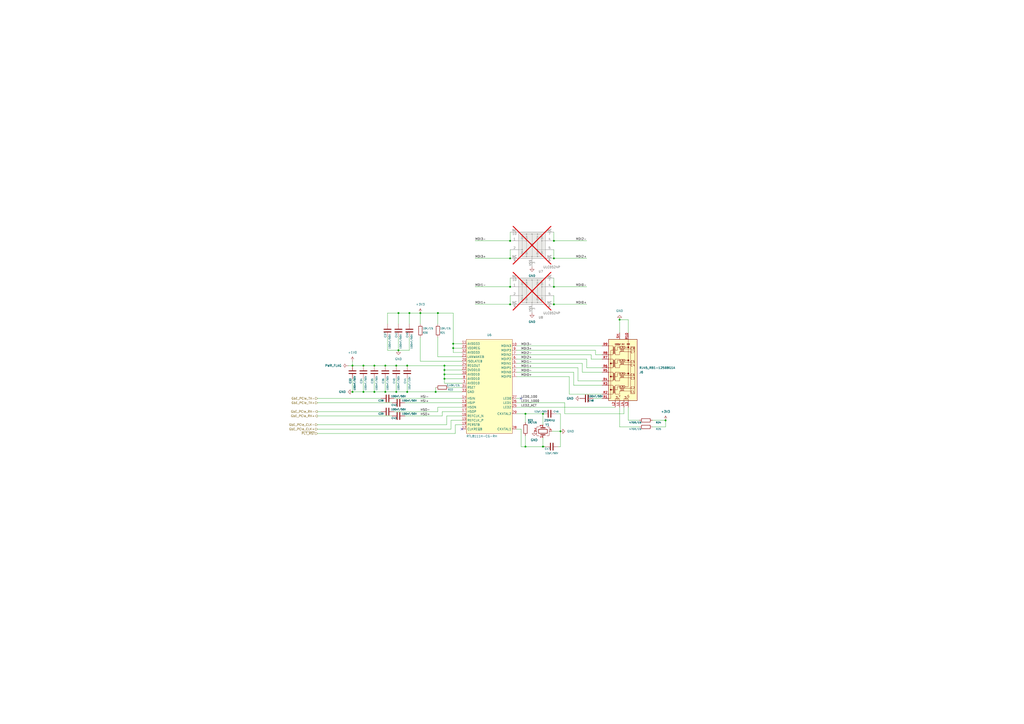
<source format=kicad_sch>
(kicad_sch (version 20250114) (generator "eeschema") (generator_version "9.0")
  (paper "A2")
  (title_block (title "Primer Carrier for LattePanda Mu") (date "2024-03-13") (rev "V1.0.0") (company "DFRobot"))
  (lib_symbols
    (symbol "A_HDJ_Library:RTL8111H-CG-RH"
      (property "Reference" "U7" (at 0 -57.15 0))
      (symbol "RTL8111H-CG-RH_1_0"
        (rectangle (start 0 0) (end 26.67 -54.61) (fill (type background)))
        (pin passive line (at -2.54 -2.54 0) (length 2.54) (name "AVDD33") (number "11"))
        (pin passive line (at -2.54 -5.08 0) (length 2.54) (name "VDDREG") (number "23"))
        (pin passive line (at -2.54 -7.62 0) (length 2.54) (name "AVDD33") (number "32"))
        (pin passive line (at -2.54 -10.16 0) (length 2.54) (name "LANWAKEB") (number "21"))
        (pin passive line (at -2.54 -12.7 0) (length 2.54) (name "ISOLATEB") (number "20"))
        (pin passive line (at -2.54 -15.24 0) (length 2.54) (name "REGOUT") (number "24"))
        (pin passive line (at -2.54 -17.78 0) (length 2.54) (name "DVDD10") (number "22"))
        (pin passive line (at -2.54 -20.32 0) (length 2.54) (name "AVDD10") (number "30"))
        (pin passive line (at -2.54 -22.86 0) (length 2.54) (name "AVDD10") (number "8"))
        (pin passive line (at -2.54 -25.4 0) (length 2.54) (name "AVDD10") (number "3"))
        (pin passive line (at -2.54 -27.94 0) (length 2.54) (name "RSET") (number "31"))
        (pin passive line (at -2.54 -30.48 0) (length 2.54) (name "GND") (number "33"))
        (pin passive line (at -2.54 -34.29 0) (length 2.54) (name "HSIN") (number "14"))
        (pin passive line (at -2.54 -36.83 0) (length 2.54) (name "HSIP") (number "13"))
        (pin passive line (at -2.54 -39.37 0) (length 2.54) (name "HSON") (number "18"))
        (pin passive line (at -2.54 -41.91 0) (length 2.54) (name "HSOP") (number "17"))
        (pin passive line (at -2.54 -44.45 0) (length 2.54) (name "REFCLK_N") (number "16"))
        (pin passive line (at -2.54 -46.99 0) (length 2.54) (name "REFCLK_P") (number "15"))
        (pin passive line (at -2.54 -49.53 0) (length 2.54) (name "PERSTB") (number "19"))
        (pin passive line (at -2.54 -52.07 0) (length 2.54) (name "CLKREQB") (number "12"))
        (pin passive line (at 29.21 -3.81 180) (length 2.54) (name "MDIN3") (number "10"))
        (pin passive line (at 29.21 -6.35 180) (length 2.54) (name "MDIP3") (number "9"))
        (pin passive line (at 29.21 -8.89 180) (length 2.54) (name "MDIN2") (number "7"))
        (pin passive line (at 29.21 -11.43 180) (length 2.54) (name "MDIP2") (number "6"))
        (pin passive line (at 29.21 -13.97 180) (length 2.54) (name "MDIN1") (number "5"))
        (pin passive line (at 29.21 -16.51 180) (length 2.54) (name "MDIP1") (number "4"))
        (pin passive line (at 29.21 -19.05 180) (length 2.54) (name "MDIN0") (number "2"))
        (pin passive line (at 29.21 -21.59 180) (length 2.54) (name "MDIP0") (number "1"))
        (pin passive line (at 29.21 -34.29 180) (length 2.54) (name "LED0") (number "27"))
        (pin passive line (at 29.21 -36.83 180) (length 2.54) (name "LED1") (number "26"))
        (pin passive line (at 29.21 -39.37 180) (length 2.54) (name "LED2") (number "25"))
        (pin passive line (at 29.21 -43.18 180) (length 2.54) (name "CKXTAL2") (number "29"))
        (pin passive line (at 29.21 -52.07 180) (length 2.54) (name "CKXTAL1") (number "28"))
      )
    )
    (symbol "Connector:RJ45_RB1-125B8G1A" (pin_names (hide yes))
      (property "Reference" "J" (at -7.62 20.32 0))
      (property "Value" "RJ45_RB1-125B8G1A" (at 15.24 20.32 0))
      (symbol "RJ45_RB1-125B8G1A_0_0"
        (circle (center -2.54 3.302) (radius 0.0001) (stroke (width 0.508)))
        (circle (center -2.54 -4.318) (radius 0.0001) (stroke (width 0.508)))
        (circle (center -2.54 -11.938) (radius 0.0001) (stroke (width 0.508)))
        (polyline (pts (xy -0.508 -11.938) (xy -2.54 -11.938)))
        (polyline (pts (xy 0 13.462) (xy -3.81 13.462)))
        (polyline (pts (xy 0 11.938) (xy -3.81 11.938)))
        (polyline (pts (xy 0 5.842) (xy -3.81 5.842)))
        (polyline (pts (xy 0 4.318) (xy -3.81 4.318)))
        (polyline (pts (xy 0 -1.778) (xy -3.81 -1.778)))
        (polyline (pts (xy 0 -3.302) (xy -3.81 -3.302)))
        (polyline (pts (xy 0 -9.398) (xy -3.81 -9.398)))
        (polyline (pts (xy 0 -10.922) (xy -3.81 -10.922)))
        (polyline (pts (xy 2.032 10.922) (xy 3.81 10.922) (xy 3.81 12.7) (xy 5.08 12.7)))
        (polyline (pts (xy 2.032 3.302) (xy 3.81 3.302) (xy 3.81 5.08) (xy 5.08 5.08)))
        (polyline (pts (xy 2.032 -4.318) (xy 3.81 -4.318) (xy 3.81 -2.54) (xy 5.08 -2.54)))
        (polyline (pts (xy 2.032 -11.938) (xy 3.81 -11.938) (xy 3.81 -10.16) (xy 5.08 -10.16)))
        (polyline (pts (xy 6.35 5.08) (xy 7.62 5.08)))
        (polyline (pts (xy 7.62 12.7) (xy 6.35 12.7)))
        (circle (center 7.62 12.7) (radius 0.0001) (stroke (width 0.508)))
        (circle (center 7.62 5.08) (radius 0.0001) (stroke (width 0.508)))
        (polyline (pts (xy 7.62 -2.54) (xy 6.35 -2.54)))
        (circle (center 7.62 -2.54) (radius 0.0001) (stroke (width 0.508)))
        (text "C1" (at -5.08 13.97 0) (effects (font (size 1.27 1.27))))
        (text "C2" (at -5.08 11.684 0) (effects (font (size 1.27 1.27))))
        (text "C3" (at -5.08 6.096 0) (effects (font (size 1.27 1.27))))
        (text "C6" (at -5.08 4.064 0) (effects (font (size 1.27 1.27))))
        (text "C4" (at -5.08 -1.524 0) (effects (font (size 1.27 1.27))))
        (text "C5" (at -5.08 -3.556 0) (effects (font (size 1.27 1.27))))
        (text "C7" (at -5.08 -9.144 0) (effects (font (size 1.27 1.27))))
        (text "C8" (at -5.08 -11.176 0) (effects (font (size 1.27 1.27))))
        (text "G" (at -2.54 16.51 0) (effects (font (size 1.27 1.27))))
        (text "Y" (at 2.54 16.51 0) (effects (font (size 1.27 1.27))))
        (text "1000pF 2kV" (at 2.54 -13.716 0) (effects (font (size 0.635 0.635))))
      )
      (symbol "RJ45_RB1-125B8G1A_0_1"
        (rectangle (start -7.62 19.05) (end 8.89 -16.51) (stroke (width 0.254)) (fill (type background)))
        (rectangle (start -3.81 -12.192) (end -6.35 14.986))
        (polyline (pts (xy -3.302 -13.462) (xy -1.778 -13.462)) (stroke (width 0.3048)))
        (polyline (pts (xy -3.302 -13.97) (xy -1.778 -13.97)) (stroke (width 0.3302)))
        (polyline (pts (xy -2.54 19.05) (xy -2.54 17.907) (xy -1.778 17.907)))
        (polyline (pts (xy -2.54 3.302) (xy -0.508 3.302)))
        (polyline (pts (xy -2.54 -13.462) (xy -2.54 10.922) (xy -0.508 10.922)))
        (polyline (pts (xy -2.54 -16.51) (xy -2.54 -13.97)))
        (polyline (pts (xy -1.016 16.891) (xy -1.016 16.637) (xy -1.27 16.637)))
        (polyline (pts (xy -1.016 16.637) (xy -1.524 17.145)))
        (polyline (pts (xy -0.762 18.415) (xy -0.762 17.399)))
        (polyline (pts (xy -0.762 17.907) (xy -1.778 18.415) (xy -1.778 17.399) (xy -0.762 17.907)))
        (polyline (pts (xy -0.508 16.891) (xy -0.508 16.637) (xy -0.762 16.637)))
        (polyline (pts (xy -0.508 16.637) (xy -1.016 17.145)))
        (rectangle (start -0.508 10.414) (end 2.032 11.43) (stroke (width 0.2032)))
        (rectangle (start -0.508 2.794) (end 2.032 3.81) (stroke (width 0.2032)))
        (polyline (pts (xy -0.508 -4.318) (xy -2.54 -4.318)))
        (rectangle (start -0.508 -4.826) (end 2.032 -3.81) (stroke (width 0.2032)))
        (rectangle (start -0.508 -12.446) (end 2.032 -11.43) (stroke (width 0.2032)))
        (polyline (pts (xy 0 19.05) (xy 0 17.907) (xy -0.762 17.907)))
        (polyline (pts (xy 0 12.446) (xy 2.032 12.446)))
        (polyline (pts (xy 0 4.826) (xy 2.032 4.826)))
        (polyline (pts (xy 0 -2.794) (xy 2.032 -2.794)))
        (polyline (pts (xy 0 -10.414) (xy 2.032 -10.414)))
        (arc (start 0.508 13.462) (mid 0.254 13.2091) (end 0 13.462))
        (arc (start 0 11.938) (mid 0.254 12.1909) (end 0.508 11.938))
        (arc (start 0.508 5.842) (mid 0.254 5.5891) (end 0 5.842))
        (arc (start 0 4.318) (mid 0.254 4.5709) (end 0.508 4.318))
        (arc (start 0.508 -1.778) (mid 0.254 -2.0309) (end 0 -1.778))
        (arc (start 0 -3.302) (mid 0.254 -3.0491) (end 0.508 -3.302))
        (arc (start 0.508 -9.398) (mid 0.254 -9.6509) (end 0 -9.398))
        (arc (start 0 -10.922) (mid 0.254 -10.6691) (end 0.508 -10.922))
        (arc (start 1.016 13.462) (mid 0.762 13.2091) (end 0.508 13.462))
        (arc (start 0.508 11.938) (mid 0.762 12.1909) (end 1.016 11.938))
        (arc (start 1.016 5.842) (mid 0.762 5.5891) (end 0.508 5.842))
        (arc (start 0.508 4.318) (mid 0.762 4.5709) (end 1.016 4.318))
        (arc (start 1.016 -1.778) (mid 0.762 -2.0309) (end 0.508 -1.778))
        (arc (start 0.508 -3.302) (mid 0.762 -3.0491) (end 1.016 -3.302))
        (arc (start 1.016 -9.398) (mid 0.762 -9.6509) (end 0.508 -9.398))
        (arc (start 0.508 -10.922) (mid 0.762 -10.6691) (end 1.016 -10.922))
        (arc (start 1.524 13.462) (mid 1.27 13.2091) (end 1.016 13.462))
        (arc (start 1.016 11.938) (mid 1.27 12.1909) (end 1.524 11.938))
        (arc (start 1.524 5.842) (mid 1.27 5.5891) (end 1.016 5.842))
        (arc (start 1.016 4.318) (mid 1.27 4.5709) (end 1.524 4.318))
        (arc (start 1.524 -1.778) (mid 1.27 -2.0309) (end 1.016 -1.778))
        (arc (start 1.016 -3.302) (mid 1.27 -3.0491) (end 1.524 -3.302))
        (arc (start 1.524 -9.398) (mid 1.27 -9.6509) (end 1.016 -9.398))
        (arc (start 1.016 -10.922) (mid 1.27 -10.6691) (end 1.524 -10.922))
        (circle (center 1.778 13.4874) (radius 0.0762) (stroke (width 0.0254)) (fill (type outline)))
        (arc (start 2.032 13.462) (mid 1.778 13.2091) (end 1.524 13.462))
        (arc (start 1.524 11.938) (mid 1.778 12.1909) (end 2.032 11.938))
        (circle (center 1.778 11.9126) (radius 0.0762) (stroke (width 0.0254)) (fill (type outline)))
        (circle (center 1.778 5.8674) (radius 0.0762) (stroke (width 0.0254)) (fill (type outline)))
        (arc (start 2.032 5.842) (mid 1.778 5.5891) (end 1.524 5.842))
        (arc (start 1.524 4.318) (mid 1.778 4.5709) (end 2.032 4.318))
        (circle (center 1.778 4.2926) (radius 0.0762) (stroke (width 0.0254)) (fill (type outline)))
        (circle (center 1.778 -1.7526) (radius 0.0762) (stroke (width 0.0254)) (fill (type outline)))
        (arc (start 2.032 -1.778) (mid 1.778 -2.0309) (end 1.524 -1.778))
        (arc (start 1.524 -3.302) (mid 1.778 -3.0491) (end 2.032 -3.302))
        (circle (center 1.778 -3.3274) (radius 0.0762) (stroke (width 0.0254)) (fill (type outline)))
        (circle (center 1.778 -9.3726) (radius 0.0762) (stroke (width 0.0254)) (fill (type outline)))
        (arc (start 2.032 -9.398) (mid 1.778 -9.6509) (end 1.524 -9.398))
        (arc (start 1.524 -10.922) (mid 1.778 -10.6691) (end 2.032 -10.922))
        (circle (center 1.778 -10.9474) (radius 0.0762) (stroke (width 0.0254)) (fill (type outline)))
        (polyline (pts (xy 2.032 13.462) (xy 2.54 13.462) (xy 2.54 15.24) (xy 5.08 15.24) (xy 5.08 14.732)))
        (polyline (pts (xy 2.032 12.954) (xy 0 12.954)))
        (polyline (pts (xy 2.032 5.842) (xy 2.54 5.842) (xy 2.54 7.62) (xy 5.08 7.62) (xy 5.08 7.112)))
        (polyline (pts (xy 2.032 5.334) (xy 0 5.334)))
        (polyline (pts (xy 2.032 -1.778) (xy 2.54 -1.778) (xy 2.54 0) (xy 5.08 0) (xy 5.08 -0.508)))
        (polyline (pts (xy 2.032 -2.286) (xy 0 -2.286)))
        (polyline (pts (xy 2.032 -9.398) (xy 2.54 -9.398) (xy 2.54 -7.62) (xy 5.08 -7.62) (xy 5.08 -8.128)))
        (polyline (pts (xy 2.032 -9.906) (xy 0 -9.906)))
        (polyline (pts (xy 2.54 19.05) (xy 2.54 17.907) (xy 3.302 17.907)))
        (polyline (pts (xy 4.064 16.891) (xy 4.064 16.637) (xy 3.81 16.637)))
        (polyline (pts (xy 4.064 16.637) (xy 3.556 17.145)))
        (polyline (pts (xy 4.318 18.415) (xy 4.318 17.399)))
        (polyline (pts (xy 4.318 17.907) (xy 3.302 18.415) (xy 3.302 17.399) (xy 4.318 17.907)))
        (polyline (pts (xy 4.572 16.891) (xy 4.572 16.637) (xy 4.318 16.637)))
        (polyline (pts (xy 4.572 16.637) (xy 4.064 17.145)))
        (circle (center 5.0546 14.478) (radius 0.0762) (stroke (width 0.0254)) (fill (type outline)))
        (circle (center 5.0546 12.446) (radius 0.0762) (stroke (width 0.0254)) (fill (type outline)))
        (circle (center 5.0546 6.858) (radius 0.0762) (stroke (width 0.0254)) (fill (type outline)))
        (circle (center 5.0546 4.826) (radius 0.0762) (stroke (width 0.0254)) (fill (type outline)))
        (circle (center 5.0546 -0.762) (radius 0.0762) (stroke (width 0.0254)) (fill (type outline)))
        (circle (center 5.0546 -2.794) (radius 0.0762) (stroke (width 0.0254)) (fill (type outline)))
        (circle (center 5.0546 -8.382) (radius 0.0762) (stroke (width 0.0254)) (fill (type outline)))
        (circle (center 5.0546 -10.414) (radius 0.0762) (stroke (width 0.0254)) (fill (type outline)))
        (arc (start 5.08 14.732) (mid 5.333 14.478) (end 5.08 14.224))
        (arc (start 5.08 13.716) (mid 5.333 13.462) (end 5.08 13.208))
        (arc (start 5.08 13.208) (mid 5.333 12.954) (end 5.08 12.7))
        (arc (start 5.08 12.7) (mid 5.333 12.446) (end 5.08 12.192))
        (arc (start 5.08 12.192) (mid 5.333 11.938) (end 5.08 11.684))
        (arc (start 5.08 11.176) (mid 5.333 10.922) (end 5.08 10.668))
        (arc (start 5.08 7.112) (mid 5.333 6.858) (end 5.08 6.604))
        (arc (start 5.08 6.096) (mid 5.333 5.842) (end 5.08 5.588))
        (arc (start 5.08 5.588) (mid 5.333 5.334) (end 5.08 5.08))
        (arc (start 5.08 5.08) (mid 5.333 4.826) (end 5.08 4.572))
        (arc (start 5.08 4.572) (mid 5.333 4.318) (end 5.08 4.064))
        (arc (start 5.08 3.556) (mid 5.333 3.302) (end 5.08 3.048))
        (arc (start 5.08 -0.508) (mid 5.333 -0.762) (end 5.08 -1.016))
        (arc (start 5.08 -1.524) (mid 5.333 -1.778) (end 5.08 -2.032))
        (arc (start 5.08 -2.032) (mid 5.333 -2.286) (end 5.08 -2.54))
        (arc (start 5.08 -2.54) (mid 5.333 -2.794) (end 5.08 -3.048))
        (arc (start 5.08 -3.048) (mid 5.333 -3.302) (end 5.08 -3.556))
        (arc (start 5.08 -4.064) (mid 5.333 -4.318) (end 5.08 -4.572))
        (arc (start 5.08 -8.128) (mid 5.333 -8.382) (end 5.08 -8.636))
        (arc (start 5.08 -9.144) (mid 5.333 -9.398) (end 5.08 -9.652))
        (arc (start 5.08 -9.652) (mid 5.333 -9.906) (end 5.08 -10.16))
        (arc (start 5.08 -10.16) (mid 5.333 -10.414) (end 5.08 -10.668))
        (arc (start 5.08 -10.668) (mid 5.333 -10.922) (end 5.08 -11.176))
        (arc (start 5.08 -11.684) (mid 5.333 -11.938) (end 5.08 -12.192))
        (polyline (pts (xy 5.08 19.05) (xy 5.08 17.907) (xy 4.318 17.907)))
        (arc (start 5.08 14.224) (mid 5.334 13.97) (end 5.08 13.716))
        (arc (start 5.08 11.684) (mid 5.334 11.43) (end 5.08 11.176))
        (polyline (pts (xy 5.08 10.668) (xy 5.08 10.16) (xy 2.54 10.16) (xy 2.54 11.938) (xy 2.032 11.938)))
        (arc (start 5.08 6.604) (mid 5.334 6.35) (end 5.08 6.096))
        (arc (start 5.08 4.064) (mid 5.334 3.81) (end 5.08 3.556))
        (polyline (pts (xy 5.08 3.048) (xy 5.08 2.54) (xy 2.54 2.54) (xy 2.54 4.318) (xy 2.032 4.318)))
        (arc (start 5.08 -1.016) (mid 5.334 -1.27) (end 5.08 -1.524))
        (arc (start 5.08 -3.556) (mid 5.334 -3.81) (end 5.08 -4.064))
        (polyline (pts (xy 5.08 -4.572) (xy 5.08 -5.08) (xy 2.54 -5.08) (xy 2.54 -3.302) (xy 2.032 -3.302)))
        (arc (start 5.08 -8.636) (mid 5.334 -8.89) (end 5.08 -9.144))
        (arc (start 5.08 -11.176) (mid 5.334 -11.43) (end 5.08 -11.684))
        (polyline (pts (xy 5.08 -12.192) (xy 5.08 -12.7) (xy 2.54 -12.7) (xy 2.54 -10.922) (xy 2.032 -10.922)))
        (polyline (pts (xy 5.588 14.732) (xy 5.588 10.668)))
        (polyline (pts (xy 5.588 7.112) (xy 5.588 3.048)))
        (polyline (pts (xy 5.588 -0.508) (xy 5.588 -4.572)))
        (polyline (pts (xy 5.588 -8.128) (xy 5.588 -12.192)))
        (polyline (pts (xy 5.842 10.668) (xy 5.842 14.732)))
        (polyline (pts (xy 5.842 3.048) (xy 5.842 7.112)))
        (polyline (pts (xy 5.842 -4.572) (xy 5.842 -0.508)))
        (polyline (pts (xy 5.842 -12.192) (xy 5.842 -8.128)))
        (polyline (pts (xy 6.35 14.732) (xy 6.35 15.24) (xy 8.89 15.24)))
        (arc (start 6.35 13.716) (mid 6.096 13.97) (end 6.35 14.224))
        (arc (start 6.35 11.176) (mid 6.096 11.43) (end 6.35 11.684))
        (polyline (pts (xy 6.35 10.668) (xy 6.35 10.16) (xy 8.89 10.16)))
        (polyline (pts (xy 6.35 7.112) (xy 6.35 7.62) (xy 8.89 7.62)))
        (arc (start 6.35 6.096) (mid 6.096 6.35) (end 6.35 6.604))
        (arc (start 6.35 3.556) (mid 6.096 3.81) (end 6.35 4.064))
        (polyline (pts (xy 6.35 3.048) (xy 6.35 2.54) (xy 8.89 2.54)))
        (polyline (pts (xy 6.35 -0.508) (xy 6.35 0) (xy 8.89 0)))
        (arc (start 6.35 -1.524) (mid 6.096 -1.27) (end 6.35 -1.016))
        (arc (start 6.35 -4.064) (mid 6.096 -3.81) (end 6.35 -3.556))
        (polyline (pts (xy 6.35 -4.572) (xy 6.35 -5.08) (xy 8.89 -5.08)))
        (polyline (pts (xy 6.35 -8.128) (xy 6.35 -7.62) (xy 8.89 -7.62)))
        (arc (start 6.35 -9.144) (mid 6.096 -8.89) (end 6.35 -8.636))
        (arc (start 6.35 -11.684) (mid 6.096 -11.43) (end 6.35 -11.176))
        (polyline (pts (xy 6.35 -12.192) (xy 6.35 -12.7) (xy 8.89 -12.7)))
        (arc (start 6.35 14.224) (mid 6.097 14.478) (end 6.35 14.732))
        (arc (start 6.35 13.208) (mid 6.097 13.462) (end 6.35 13.716))
        (arc (start 6.35 12.7) (mid 6.097 12.954) (end 6.35 13.208))
        (arc (start 6.35 12.192) (mid 6.097 12.446) (end 6.35 12.7))
        (arc (start 6.35 11.684) (mid 6.097 11.938) (end 6.35 12.192))
        (arc (start 6.35 10.668) (mid 6.097 10.922) (end 6.35 11.176))
        (arc (start 6.35 6.604) (mid 6.097 6.858) (end 6.35 7.112))
        (arc (start 6.35 5.588) (mid 6.097 5.842) (end 6.35 6.096))
        (arc (start 6.35 5.08) (mid 6.097 5.334) (end 6.35 5.588))
        (arc (start 6.35 4.572) (mid 6.097 4.826) (end 6.35 5.08))
        (arc (start 6.35 4.064) (mid 6.097 4.318) (end 6.35 4.572))
        (arc (start 6.35 3.048) (mid 6.097 3.302) (end 6.35 3.556))
        (arc (start 6.35 -1.016) (mid 6.097 -0.762) (end 6.35 -0.508))
        (arc (start 6.35 -2.032) (mid 6.097 -1.778) (end 6.35 -1.524))
        (arc (start 6.35 -2.54) (mid 6.097 -2.286) (end 6.35 -2.032))
        (arc (start 6.35 -3.048) (mid 6.097 -2.794) (end 6.35 -2.54))
        (arc (start 6.35 -3.556) (mid 6.097 -3.302) (end 6.35 -3.048))
        (arc (start 6.35 -4.572) (mid 6.097 -4.318) (end 6.35 -4.064))
        (arc (start 6.35 -8.636) (mid 6.097 -8.382) (end 6.35 -8.128))
        (arc (start 6.35 -9.652) (mid 6.097 -9.398) (end 6.35 -9.144))
        (arc (start 6.35 -10.16) (mid 6.097 -9.906) (end 6.35 -9.652))
        (arc (start 6.35 -10.668) (mid 6.097 -10.414) (end 6.35 -10.16))
        (arc (start 6.35 -11.176) (mid 6.097 -10.922) (end 6.35 -10.668))
        (arc (start 6.35 -12.192) (mid 6.097 -11.938) (end 6.35 -11.684))
        (circle (center 6.3754 14.478) (radius 0.0762) (stroke (width 0.0254)) (fill (type outline)))
        (circle (center 6.3754 12.446) (radius 0.0762) (stroke (width 0.0254)) (fill (type outline)))
        (circle (center 6.3754 6.858) (radius 0.0762) (stroke (width 0.0254)) (fill (type outline)))
        (circle (center 6.3754 4.826) (radius 0.0762) (stroke (width 0.0254)) (fill (type outline)))
        (circle (center 6.3754 -0.762) (radius 0.0762) (stroke (width 0.0254)) (fill (type outline)))
        (circle (center 6.3754 -2.794) (radius 0.0762) (stroke (width 0.0254)) (fill (type outline)))
        (circle (center 6.3754 -8.382) (radius 0.0762) (stroke (width 0.0254)) (fill (type outline)))
        (circle (center 6.3754 -10.414) (radius 0.0762) (stroke (width 0.0254)) (fill (type outline)))
        (polyline (pts (xy 8.89 17.78) (xy 7.62 17.78) (xy 7.62 -10.16) (xy 6.35 -10.16)))
        (pin power_in line (at -2.54 -20.32 90) (length 3.81) (name "GND") (number "R10"))
      )
      (symbol "RJ45_RB1-125B8G1A_1_0"
        (text "75" (at 0.762 10.922 0) (effects (font (size 0.508 0.508))))
        (text "75" (at 0.762 3.302 0) (effects (font (size 0.508 0.508))))
        (text "75" (at 0.762 -4.318 0) (effects (font (size 0.508 0.508))))
        (text "75" (at 0.762 -11.938 0) (effects (font (size 0.508 0.508))))
      )
      (symbol "RJ45_RB1-125B8G1A_1_1"
        (pin passive line (at -2.54 22.86 270) (length 3.81) (name "~") (number "L3"))
        (pin passive line (at 0 22.86 270) (length 3.81) (name "~") (number "L4"))
        (pin passive line (at 2.54 22.86 270) (length 3.81) (name "~") (number "L1"))
        (pin passive line (at 2.54 -20.32 90) (length 3.81) (name "SH") (number "SH"))
        (pin passive line (at 5.08 22.86 270) (length 3.81) (name "~") (number "L2"))
        (pin passive line (at 12.7 17.78 180) (length 3.81) (name "CT") (number "R1"))
        (pin passive line (at 12.7 15.24 180) (length 3.81) (name "TD1+") (number "R2"))
        (pin passive line (at 12.7 10.16 180) (length 3.81) (name "TD1-") (number "R3"))
        (pin passive line (at 12.7 7.62 180) (length 3.81) (name "TD2+") (number "R4"))
        (pin passive line (at 12.7 2.54 180) (length 3.81) (name "TD2-") (number "R5"))
        (pin passive line (at 12.7 0 180) (length 3.81) (name "TD3+") (number "R6"))
        (pin passive line (at 12.7 -5.08 180) (length 3.81) (name "TD3-") (number "R7"))
        (pin passive line (at 12.7 -7.62 180) (length 3.81) (name "TD4+") (number "R8"))
        (pin passive line (at 12.7 -12.7 180) (length 3.81) (name "TD4-") (number "R9"))
      )
    )
    (symbol "Device:C" (pin_numbers (hide yes)) (pin_names (offset 0.254))
      (property "Reference" "C" (at 0.635 2.54 0))
      (property "Value" "C" (at 0.635 -2.54 0))
      (symbol "C_0_1"
        (polyline (pts (xy -2.032 0.762) (xy 2.032 0.762)) (stroke (width 0.508)))
        (polyline (pts (xy -2.032 -0.762) (xy 2.032 -0.762)) (stroke (width 0.508)))
      )
      (symbol "C_1_1"
        (pin passive line (at 0 3.81 270) (length 2.794) (name "~") (number "1"))
        (pin passive line (at 0 -3.81 90) (length 2.794) (name "~") (number "2"))
      )
    )
    (symbol "Device:Crystal_GND24" (pin_names (offset 1.016) (hide yes))
      (property "Reference" "Y" (at 3.175 5.08 0))
      (property "Value" "Crystal_GND24" (at 3.175 3.175 0))
      (symbol "Crystal_GND24_0_1"
        (polyline (pts (xy -2.54 2.286) (xy -2.54 3.556) (xy 2.54 3.556) (xy 2.54 2.286)))
        (polyline (pts (xy -2.54 0) (xy -2.032 0)))
        (polyline (pts (xy -2.54 -2.286) (xy -2.54 -3.556) (xy 2.54 -3.556) (xy 2.54 -2.286)))
        (polyline (pts (xy -2.032 -1.27) (xy -2.032 1.27)) (stroke (width 0.508)))
        (rectangle (start -1.143 2.54) (end 1.143 -2.54) (stroke (width 0.3048)))
        (polyline (pts (xy 0 3.556) (xy 0 3.81)))
        (polyline (pts (xy 0 -3.81) (xy 0 -3.556)))
        (polyline (pts (xy 2.032 0) (xy 2.54 0)))
        (polyline (pts (xy 2.032 -1.27) (xy 2.032 1.27)) (stroke (width 0.508)))
      )
      (symbol "Crystal_GND24_1_1"
        (pin passive line (at -3.81 0 0) (length 1.27) (name "1") (number "1"))
        (pin passive line (at 0 5.08 270) (length 1.27) (name "2") (number "2"))
        (pin passive line (at 0 -5.08 90) (length 1.27) (name "4") (number "4"))
        (pin passive line (at 3.81 0 180) (length 1.27) (name "3") (number "3"))
      )
    )
    (symbol "Device:R" (pin_numbers (hide yes)) (pin_names (offset 0))
      (property "Reference" "R" (at 2.032 0 90))
      (property "Value" "R" (at 0 0 90))
      (symbol "R_0_1"
        (rectangle (start -1.016 -2.54) (end 1.016 2.54) (stroke (width 0.254)))
      )
      (symbol "R_1_1"
        (pin passive line (at 0 3.81 270) (length 1.27) (name "~") (number "1"))
        (pin passive line (at 0 -3.81 90) (length 1.27) (name "~") (number "2"))
      )
    )
    (symbol "Power_Protection:D3V3XA4B10LP" (pin_names (offset 0))
      (property "Reference" "U" (at -0.635 8.89 0))
      (property "Value" "D3V3XA4B10LP" (at 8.89 -10.16 0))
      (symbol "D3V3XA4B10LP_0_0"
        (rectangle (start -5.715 6.477) (end 5.715 -6.604))
        (polyline (pts (xy -3.175 -6.604) (xy -3.175 6.477)))
        (polyline (pts (xy 0.127 6.477) (xy 0.127 -6.604)))
        (polyline (pts (xy 3.175 6.477) (xy 3.175 -6.604)))
      )
      (symbol "D3V3XA4B10LP_0_1"
        (polyline (pts (xy -7.747 2.54) (xy -3.175 2.54)))
        (rectangle (start -7.62 7.62) (end 7.62 -7.62) (stroke (width 0.254)) (fill (type background)))
        (polyline (pts (xy -7.62 -2.54) (xy -5.715 -2.54)))
        (circle (center -5.715 -2.54) (radius 0.2794) (fill (type outline)))
        (polyline (pts (xy -5.08 5.08) (xy -6.35 5.08)))
        (polyline (pts (xy -5.08 3.81) (xy -6.35 3.81) (xy -5.715 5.08) (xy -5.08 3.81)))
        (polyline (pts (xy -5.08 -3.81) (xy -6.35 -3.81)))
        (polyline (pts (xy -5.08 -5.08) (xy -6.35 -5.08) (xy -5.715 -3.81) (xy -5.08 -5.08)))
        (circle (center -3.175 6.477) (radius 0.2794) (fill (type outline)))
        (circle (center -3.175 2.54) (radius 0.2794) (fill (type outline)))
        (circle (center -3.175 -6.604) (radius 0.2794) (fill (type outline)))
        (polyline (pts (xy -2.54 5.08) (xy -3.81 5.08)))
        (polyline (pts (xy -2.54 3.81) (xy -3.81 3.81) (xy -3.175 5.08) (xy -2.54 3.81)))
        (polyline (pts (xy -2.54 -3.81) (xy -3.81 -3.81)))
        (polyline (pts (xy -2.54 -5.08) (xy -3.81 -5.08) (xy -3.175 -3.81) (xy -2.54 -5.08)))
        (polyline (pts (xy -0.508 0.889) (xy -0.889 0.635)))
        (circle (center 0 6.477) (radius 0.2794) (fill (type outline)))
        (polyline (pts (xy 0 -6.604) (xy 0 -7.62)))
        (circle (center 0 -6.604) (radius 0.2794) (fill (type outline)))
        (polyline (pts (xy 0.762 0.889) (xy -0.508 0.889)))
        (polyline (pts (xy 0.762 0.889) (xy 1.143 1.143)))
        (polyline (pts (xy 0.762 -0.381) (xy -0.508 -0.381) (xy 0.127 0.889) (xy 0.762 -0.381)))
        (circle (center 3.175 6.477) (radius 0.2794) (fill (type outline)))
        (circle (center 3.175 -2.54) (radius 0.2794) (fill (type outline)))
        (circle (center 3.175 -6.604) (radius 0.2794) (fill (type outline)))
        (polyline (pts (xy 3.81 5.08) (xy 2.54 5.08)))
        (polyline (pts (xy 3.81 3.81) (xy 2.54 3.81) (xy 3.175 5.08) (xy 3.81 3.81)))
        (polyline (pts (xy 3.81 -3.81) (xy 2.54 -3.81)))
        (polyline (pts (xy 3.81 -5.08) (xy 2.54 -5.08) (xy 3.175 -3.81) (xy 3.81 -5.08)))
        (circle (center 5.715 2.54) (radius 0.2794) (fill (type outline)))
        (polyline (pts (xy 6.35 5.08) (xy 5.08 5.08)))
        (polyline (pts (xy 6.35 3.81) (xy 5.08 3.81) (xy 5.715 5.08) (xy 6.35 3.81)))
        (polyline (pts (xy 6.35 -3.81) (xy 5.08 -3.81)))
        (polyline (pts (xy 6.35 -5.08) (xy 5.08 -5.08) (xy 5.715 -3.81) (xy 6.35 -5.08)))
        (polyline (pts (xy 7.62 2.54) (xy 5.715 2.54)))
        (polyline (pts (xy 7.62 -2.54) (xy 3.175 -2.54)))
      )
      (symbol "D3V3XA4B10LP_1_1"
        (pin free line (at -12.7 7.62 0) (length 5.08) (name "NC") (number "10"))
        (pin passive line (at -12.7 2.54 0) (length 5.08) (name "~") (number "1"))
        (pin passive line (at -12.7 -2.54 0) (length 5.08) (name "~") (number "2"))
        (pin free line (at -12.7 -7.62 0) (length 5.08) (name "NC") (number "9"))
        (pin power_in line (at 0 -12.7 90) (length 5.08) (name "VSS") (number "3"))
        (pin passive line (at 0 -12.7 90) (length 5.08) (hide yes) (name "VSS") (number "8"))
        (pin free line (at 12.7 7.62 180) (length 5.08) (name "NC") (number "7"))
        (pin passive line (at 12.7 2.54 180) (length 5.08) (name "~") (number "4"))
        (pin passive line (at 12.7 -2.54 180) (length 5.08) (name "~") (number "5"))
        (pin free line (at 12.7 -7.62 180) (length 5.08) (name "NC") (number "6"))
      )
    )
    (symbol "power:+1V0" (power) (pin_numbers (hide yes)) (pin_names (offset 0) (hide yes))
      (property "Value" "+1V0" (at 0 3.556 0))
      (symbol "+1V0_0_1"
        (polyline (pts (xy -0.762 1.27) (xy 0 2.54)))
        (polyline (pts (xy 0 2.54) (xy 0.762 1.27)))
        (polyline (pts (xy 0 0) (xy 0 2.54)))
      )
      (symbol "+1V0_1_1"
        (pin power_in line (at 0 0 90) (length 0) (name "~") (number "1"))
      )
    )
    (symbol "power:+3V3" (power) (pin_numbers (hide yes)) (pin_names (offset 0) (hide yes))
      (property "Value" "+3V3" (at 0 3.556 0))
      (symbol "+3V3_0_1"
        (polyline (pts (xy -0.762 1.27) (xy 0 2.54)))
        (polyline (pts (xy 0 2.54) (xy 0.762 1.27)))
        (polyline (pts (xy 0 0) (xy 0 2.54)))
      )
      (symbol "+3V3_1_1"
        (pin power_in line (at 0 0 90) (length 0) (name "~") (number "1"))
      )
    )
    (symbol "power:GND" (power) (pin_numbers (hide yes)) (pin_names (offset 0) (hide yes))
      (property "Value" "GND" (at 0 -3.81 0))
      (symbol "GND_0_1"
        (polyline (pts (xy 0 0) (xy 0 -1.27) (xy 1.27 -1.27) (xy 0 -2.54) (xy -1.27 -1.27) (xy 0 -1.27)))
      )
      (symbol "GND_1_1"
        (pin power_in line (at 0 0 270) (length 0) (name "~") (number "1"))
      )
    )
    (symbol "power:PWR_FLAG" (power) (pin_numbers (hide yes)) (pin_names (offset 0) (hide yes))
      (property "Value" "PWR_FLAG" (at 0 3.81 0))
      (symbol "PWR_FLAG_0_0"
        (pin power_out line (at 0 0 90) (length 0) (name "~") (number "1"))
      )
      (symbol "PWR_FLAG_0_1"
        (polyline (pts (xy 0 0) (xy 0 1.27) (xy -1.016 1.905) (xy 0 2.54) (xy 1.016 1.905) (xy 0 1.27)))
      )
    )
  )
  (junction (at 229.87 227.33))
  (junction (at 325.12 250.19))
  (junction (at 217.17 212.09))
  (junction (at 252.73 227.33))
  (junction (at 210.82 227.33))
  (junction (at 231.14 181.61))
  (junction (at 229.87 212.09))
  (junction (at 210.82 212.09))
  (junction (at 386.08 243.84))
  (junction (at 295.91 166.37))
  (junction (at 321.31 176.53))
  (junction (at 237.49 181.61))
  (junction (at 236.22 227.33))
  (junction (at 257.81 212.09))
  (junction (at 254 181.61))
  (junction (at 314.96 240.03))
  (junction (at 359.41 185.42))
  (junction (at 321.31 166.37))
  (junction (at 204.47 227.33))
  (junction (at 321.31 139.7))
  (junction (at 257.81 217.17))
  (junction (at 243.84 181.61))
  (junction (at 217.17 227.33))
  (junction (at 257.81 214.63))
  (junction (at 262.89 201.93))
  (junction (at 223.52 227.33))
  (junction (at 295.91 176.53))
  (junction (at 231.14 203.2))
  (junction (at 304.8 259.08))
  (junction (at 304.8 240.03))
  (junction (at 321.31 149.86))
  (junction (at 204.47 212.09))
  (junction (at 262.89 199.39))
  (junction (at 295.91 139.7))
  (junction (at 236.22 212.09))
  (junction (at 223.52 212.09))
  (junction (at 314.96 259.08))
  (junction (at 257.81 219.71))
  (junction (at 295.91 149.86))
  (no_connect (at 302.26 231.14))
  (no_connect (at 267.97 248.92))
  (wire (pts (xy 256.54 241.3) (xy 256.54 238.76)))
  (wire (pts (xy 184.15 238.76) (xy 220.98 238.76)))
  (wire (pts (xy 299.72 205.74) (xy 342.9 205.74)))
  (wire (pts (xy 342.9 205.74) (xy 342.9 208.28)))
  (wire (pts (xy 332.74 223.52) (xy 332.74 215.9)))
  (wire (pts (xy 234.95 233.68) (xy 267.97 233.68)))
  (wire (pts (xy 359.41 185.42) (xy 359.41 193.04)))
  (wire (pts (xy 228.6 238.76) (xy 254 238.76)))
  (wire (pts (xy 229.87 227.33) (xy 236.22 227.33)))
  (wire (pts (xy 295.91 134.62) (xy 295.91 139.7)))
  (wire (pts (xy 330.2 218.44) (xy 330.2 228.6)))
  (wire (pts (xy 378.46 247.65) (xy 386.08 247.65)))
  (wire (pts (xy 321.31 176.53) (xy 340.36 176.53)))
  (wire (pts (xy 229.87 212.09) (xy 236.22 212.09)))
  (wire (pts (xy 299.72 236.22) (xy 356.87 236.22)))
  (wire (pts (xy 299.72 215.9) (xy 332.74 215.9)))
  (wire (pts (xy 217.17 219.71) (xy 217.17 227.33)))
  (wire (pts (xy 345.44 203.2) (xy 345.44 205.74)))
  (wire (pts (xy 260.35 224.79) (xy 267.97 224.79)))
  (wire (pts (xy 257.81 222.25) (xy 267.97 222.25)))
  (wire (pts (xy 228.6 231.14) (xy 267.97 231.14)))
  (wire (pts (xy 231.14 181.61) (xy 237.49 181.61)))
  (wire (pts (xy 321.31 161.29) (xy 321.31 166.37)))
  (wire (pts (xy 254 195.58) (xy 254 207.01)))
  (wire (pts (xy 254 236.22) (xy 267.97 236.22)))
  (wire (pts (xy 304.8 240.03) (xy 304.8 245.11)))
  (wire (pts (xy 275.59 149.86) (xy 295.91 149.86)))
  (wire (pts (xy 237.49 181.61) (xy 237.49 187.96)))
  (wire (pts (xy 267.97 214.63) (xy 257.81 214.63)))
  (wire (pts (xy 302.26 248.92) (xy 299.72 248.92)))
  (wire (pts (xy 295.91 144.78) (xy 295.91 149.86)))
  (wire (pts (xy 321.31 149.86) (xy 340.36 149.86)))
  (wire (pts (xy 344.17 231.14) (xy 349.25 231.14)))
  (wire (pts (xy 264.16 246.38) (xy 267.97 246.38)))
  (wire (pts (xy 210.82 219.71) (xy 210.82 227.33)))
  (wire (pts (xy 337.82 215.9) (xy 349.25 215.9)))
  (wire (pts (xy 262.89 201.93) (xy 262.89 204.47)))
  (wire (pts (xy 257.81 219.71) (xy 257.81 222.25)))
  (wire (pts (xy 236.22 212.09) (xy 257.81 212.09)))
  (wire (pts (xy 223.52 219.71) (xy 223.52 227.33)))
  (wire (pts (xy 223.52 212.09) (xy 229.87 212.09)))
  (wire (pts (xy 337.82 210.82) (xy 337.82 215.9)))
  (wire (pts (xy 320.04 250.19) (xy 325.12 250.19)))
  (wire (pts (xy 204.47 219.71) (xy 204.47 227.33)))
  (wire (pts (xy 261.62 248.92) (xy 261.62 243.84)))
  (wire (pts (xy 267.97 217.17) (xy 257.81 217.17)))
  (wire (pts (xy 261.62 243.84) (xy 267.97 243.84)))
  (wire (pts (xy 378.46 243.84) (xy 386.08 243.84)))
  (wire (pts (xy 254 238.76) (xy 254 236.22)))
  (wire (pts (xy 237.49 181.61) (xy 243.84 181.61)))
  (wire (pts (xy 231.14 181.61) (xy 231.14 187.96)))
  (wire (pts (xy 304.8 252.73) (xy 304.8 259.08)))
  (wire (pts (xy 340.36 213.36) (xy 349.25 213.36)))
  (wire (pts (xy 364.49 243.84) (xy 370.84 243.84)))
  (wire (pts (xy 256.54 238.76) (xy 267.97 238.76)))
  (wire (pts (xy 257.81 214.63) (xy 257.81 217.17)))
  (wire (pts (xy 299.72 203.2) (xy 345.44 203.2)))
  (wire (pts (xy 323.85 259.08) (xy 325.12 259.08)))
  (wire (pts (xy 236.22 219.71) (xy 236.22 227.33)))
  (wire (pts (xy 330.2 228.6) (xy 349.25 228.6)))
  (wire (pts (xy 359.41 247.65) (xy 370.84 247.65)))
  (wire (pts (xy 335.28 213.36) (xy 335.28 220.98)))
  (wire (pts (xy 267.97 201.93) (xy 262.89 201.93)))
  (wire (pts (xy 275.59 176.53) (xy 295.91 176.53)))
  (wire (pts (xy 361.95 236.22) (xy 361.95 240.03)))
  (wire (pts (xy 257.81 217.17) (xy 257.81 219.71)))
  (wire (pts (xy 299.72 210.82) (xy 337.82 210.82)))
  (wire (pts (xy 345.44 205.74) (xy 349.25 205.74)))
  (wire (pts (xy 259.08 241.3) (xy 267.97 241.3)))
  (wire (pts (xy 267.97 199.39) (xy 262.89 199.39)))
  (wire (pts (xy 259.08 246.38) (xy 259.08 241.3)))
  (wire (pts (xy 299.72 231.14) (xy 302.26 231.14)))
  (wire (pts (xy 262.89 199.39) (xy 262.89 201.93)))
  (wire (pts (xy 386.08 247.65) (xy 386.08 243.84)))
  (wire (pts (xy 243.84 209.55) (xy 267.97 209.55)))
  (wire (pts (xy 349.25 223.52) (xy 332.74 223.52)))
  (wire (pts (xy 254 181.61) (xy 254 187.96)))
  (wire (pts (xy 252.73 227.33) (xy 252.73 224.79)))
  (wire (pts (xy 217.17 227.33) (xy 223.52 227.33)))
  (wire (pts (xy 299.72 218.44) (xy 330.2 218.44)))
  (wire (pts (xy 364.49 185.42) (xy 359.41 185.42)))
  (wire (pts (xy 299.72 213.36) (xy 335.28 213.36)))
  (wire (pts (xy 201.93 212.09) (xy 204.47 212.09)))
  (wire (pts (xy 321.31 139.7) (xy 340.36 139.7)))
  (wire (pts (xy 275.59 166.37) (xy 295.91 166.37)))
  (wire (pts (xy 314.96 254) (xy 314.96 259.08)))
  (wire (pts (xy 204.47 209.55) (xy 204.47 212.09)))
  (wire (pts (xy 342.9 208.28) (xy 349.25 208.28)))
  (wire (pts (xy 325.12 240.03) (xy 325.12 250.19)))
  (wire (pts (xy 327.66 240.03) (xy 327.66 233.68)))
  (wire (pts (xy 299.72 200.66) (xy 349.25 200.66)))
  (wire (pts (xy 321.31 134.62) (xy 321.31 139.7)))
  (wire (pts (xy 210.82 212.09) (xy 217.17 212.09)))
  (wire (pts (xy 262.89 181.61) (xy 262.89 199.39)))
  (wire (pts (xy 364.49 236.22) (xy 364.49 243.84)))
  (wire (pts (xy 254 181.61) (xy 262.89 181.61)))
  (wire (pts (xy 184.15 248.92) (xy 261.62 248.92)))
  (wire (pts (xy 335.28 220.98) (xy 349.25 220.98)))
  (wire (pts (xy 321.31 171.45) (xy 321.31 176.53)))
  (wire (pts (xy 229.87 219.71) (xy 229.87 227.33)))
  (wire (pts (xy 316.23 259.08) (xy 314.96 259.08)) (stroke (width 0.254)))
  (wire (pts (xy 184.15 251.46) (xy 264.16 251.46)))
  (wire (pts (xy 264.16 251.46) (xy 264.16 246.38)))
  (wire (pts (xy 224.79 195.58) (xy 224.79 203.2)))
  (wire (pts (xy 267.97 219.71) (xy 257.81 219.71)))
  (wire (pts (xy 322.58 240.03) (xy 325.12 240.03)))
  (wire (pts (xy 204.47 227.33) (xy 210.82 227.33)))
  (wire (pts (xy 295.91 171.45) (xy 295.91 176.53)))
  (wire (pts (xy 359.41 236.22) (xy 359.41 247.65)))
  (wire (pts (xy 204.47 212.09) (xy 210.82 212.09)))
  (wire (pts (xy 314.96 240.03) (xy 314.96 246.38)))
  (wire (pts (xy 267.97 212.09) (xy 257.81 212.09)))
  (wire (pts (xy 321.31 166.37) (xy 340.36 166.37)))
  (wire (pts (xy 321.31 144.78) (xy 321.31 149.86)))
  (wire (pts (xy 304.8 240.03) (xy 314.96 240.03)))
  (wire (pts (xy 267.97 227.33) (xy 252.73 227.33)))
  (wire (pts (xy 299.72 233.68) (xy 327.66 233.68)))
  (wire (pts (xy 184.15 246.38) (xy 259.08 246.38)))
  (wire (pts (xy 224.79 187.96) (xy 224.79 181.61)))
  (wire (pts (xy 299.72 240.03) (xy 304.8 240.03)))
  (wire (pts (xy 237.49 203.2) (xy 231.14 203.2)))
  (wire (pts (xy 267.97 207.01) (xy 254 207.01)))
  (wire (pts (xy 302.26 259.08) (xy 302.26 248.92)))
  (wire (pts (xy 243.84 181.61) (xy 243.84 187.96)))
  (wire (pts (xy 184.15 233.68) (xy 227.33 233.68)))
  (wire (pts (xy 237.49 195.58) (xy 237.49 203.2)))
  (wire (pts (xy 243.84 195.58) (xy 243.84 209.55)))
  (wire (pts (xy 340.36 208.28) (xy 340.36 213.36)))
  (wire (pts (xy 275.59 139.7) (xy 295.91 139.7)))
  (wire (pts (xy 295.91 161.29) (xy 295.91 166.37)))
  (wire (pts (xy 257.81 212.09) (xy 257.81 214.63)))
  (wire (pts (xy 231.14 181.61) (xy 224.79 181.61)))
  (wire (pts (xy 184.15 231.14) (xy 220.98 231.14)))
  (wire (pts (xy 299.72 208.28) (xy 340.36 208.28)))
  (wire (pts (xy 223.52 227.33) (xy 229.87 227.33)))
  (wire (pts (xy 325.12 259.08) (xy 325.12 250.19)))
  (wire (pts (xy 304.8 259.08) (xy 302.26 259.08)))
  (wire (pts (xy 224.79 203.2) (xy 231.14 203.2)))
  (wire (pts (xy 217.17 212.09) (xy 223.52 212.09)))
  (wire (pts (xy 231.14 195.58) (xy 231.14 203.2)))
  (wire (pts (xy 184.15 241.3) (xy 227.33 241.3)))
  (wire (pts (xy 243.84 181.61) (xy 254 181.61)))
  (wire (pts (xy 236.22 227.33) (xy 252.73 227.33)))
  (wire (pts (xy 361.95 240.03) (xy 327.66 240.03)))
  (wire (pts (xy 314.96 259.08) (xy 304.8 259.08)))
  (wire (pts (xy 262.89 204.47) (xy 267.97 204.47)))
  (wire (pts (xy 210.82 227.33) (xy 217.17 227.33)))
  (wire (pts (xy 364.49 193.04) (xy 364.49 185.42)))
  (wire (pts (xy 234.95 241.3) (xy 256.54 241.3)))
  (label "MDI0+" (at 302.26 218.44 0))
  (label "MDI3-" (at 275.59 139.7 0))
  (label "MDI1-" (at 275.59 166.37 0))
  (label "MDI2-" (at 302.26 205.74 0))
  (label "MDI3+" (at 275.59 149.86 0))
  (label "MDI3+" (at 302.26 203.2 0))
  (label "HSI+" (at 243.84 233.68 0))
  (label "HSI-" (at 243.84 231.14 0))
  (label "MDI1+" (at 302.26 213.36 0))
  (label "MDI0-" (at 334.01 166.37 0))
  (label "LED1_1000" (at 302.26 233.68 0))
  (label "HSO+" (at 243.84 241.3 0))
  (label "HSO-" (at 243.84 238.76 0))
  (label "MDI0+" (at 334.01 176.53 0))
  (label "MDI1-" (at 302.26 210.82 0))
  (label "MDI3-" (at 302.26 200.66 0))
  (label "MDI2+" (at 302.26 208.28 0))
  (label "MDI1+" (at 275.59 176.53 0))
  (label "LED2_ACT" (at 302.26 236.22 0))
  (label "MDI2+" (at 334.01 149.86 0))
  (label "LED0_100" (at 302.26 231.14 0))
  (label "MDI2-" (at 334.01 139.7 0))
  (label "MDI0-" (at 302.26 215.9 0))
  (hierarchical_label "GbE_PCIe_TX+" (shape input) (at 184.15 233.68 180))
  (hierarchical_label "~{PLT_RST}" (shape input) (at 184.15 251.46 180))
  (hierarchical_label "GbE_PCIe_RX-" (shape output) (at 184.15 238.76 180))
  (hierarchical_label "GbE_PCIe_RX+" (shape output) (at 184.15 241.3 180))
  (hierarchical_label "GbE_PCIe_CLK-" (shape input) (at 184.15 246.38 180))
  (hierarchical_label "GbE_PCIe_TX-" (shape input) (at 184.15 231.14 180))
  (hierarchical_label "GbE_PCIe_CLK+" (shape input) (at 184.15 248.92 180))
  (symbol (lib_id "Device:Crystal_GND24") (at 314.96 250.19 90) (unit 1)
    (property "Reference" "Y1" (at 317.5 246.38 90))
    (property "Value" "25MHz" (at 318.77 243.84 90))
    (property "Footprint" "A_HDJ_Library:Crystal_SMD_3225-4Pin_3.2x2.5mm" (effects (hide yes)))
  )
  (symbol (lib_id "Device:R") (at 374.65 247.65 90) (unit 1)
    (property "Reference" "R25" (at 383.54 248.92 90) (effects (font (size 1 1)) (justify left)))
    (property "Value" "470R/1%" (at 372.11 248.92 90) (effects (font (size 1 1)) (justify left)))
    (property "Footprint" "A_HDJ_Library:R_0402_1005Metric" (effects (hide yes)))
  )
  (symbol (lib_id "power:GND") (at 359.41 185.42 180) (unit 1)
    (property "Reference" "#PWR054" (effects (hide yes)))
    (property "Value" "GND" (at 359.41 180.34 0))
  )
  (symbol (lib_id "power:GND") (at 308.61 181.61 0) (unit 1)
    (property "Reference" "#PWR050" (effects (hide yes)))
    (property "Value" "GND" (at 308.61 186.69 0))
  )
  (symbol (lib_id "Device:R") (at 304.8 248.92 0) (unit 1)
    (property "Reference" "R23" (at 306.07 243.84 0) (effects (font (size 1 1)) (justify left)))
    (property "Value" "1M/1%" (at 306.07 245.11 0) (effects (font (size 1 1)) (justify left)))
    (property "Footprint" "A_HDJ_Library:R_0402_1005Metric" (effects (hide yes)))
  )
  (symbol (lib_id "Device:C") (at 217.17 215.9 180) (unit 1)
    (property "Reference" "C35" (at 215.9 220.98 90) (effects (font (size 1 1))))
    (property "Value" "100nF/50V" (at 218.44 222.25 90) (effects (font (size 1 1))))
    (property "Footprint" "A_HDJ_Library:C_0402_1005Metric" (effects (hide yes)))
    (property "SCH_Show_Footprint" "C0402" (effects (hide yes)))
  )
  (symbol (lib_id "Device:C") (at 231.14 241.3 270) (unit 1)
    (property "Reference" "C43" (at 228.6 242.57 90) (effects (font (size 1 1))))
    (property "Value" "100nF/50V" (at 237.49 240.03 90) (effects (font (size 1 1))))
    (property "Footprint" "A_HDJ_Library:C_0402_1005Metric" (effects (hide yes)))
    (property "SCH_Show_Footprint" "C0402" (effects (hide yes)))
  )
  (symbol (lib_id "power:GND") (at 309.88 250.19 0) (mirror y) (unit 1)
    (property "Reference" "#PWR051" (effects (hide yes)))
    (property "Value" "GND" (at 309.88 255.27 0))
  )
  (symbol (lib_id "Device:C") (at 231.14 191.77 180) (unit 1)
    (property "Reference" "C41" (at 229.87 194.31 90) (effects (font (size 1 1))))
    (property "Value" "100nF/50V" (at 232.41 198.12 90) (effects (font (size 1 1))))
    (property "Footprint" "A_HDJ_Library:C_0402_1005Metric" (effects (hide yes)))
    (property "SCH_Show_Footprint" "C0402" (effects (hide yes)))
  )
  (symbol (lib_id "Device:C") (at 237.49 191.77 180) (unit 1)
    (property "Reference" "C45" (at 236.22 194.31 90) (effects (font (size 1 1))))
    (property "Value" "100nF/50V" (at 238.76 198.12 90) (effects (font (size 1 1))))
    (property "Footprint" "A_HDJ_Library:C_0402_1005Metric" (effects (hide yes)))
    (property "SCH_Show_Footprint" "C0402" (effects (hide yes)))
  )
  (symbol (lib_id "power:+3V3") (at 386.08 243.84 0) (unit 1)
    (property "Reference" "#PWR055" (effects (hide yes)))
    (property "Value" "+3V3" (at 386.08 238.76 0))
  )
  (symbol (lib_id "Device:R") (at 243.84 191.77 0) (unit 1)
    (property "Reference" "R20" (at 245.11 193.04 0) (effects (font (size 1 1)) (justify left)))
    (property "Value" "10K/1%" (at 245.11 190.5 0) (effects (font (size 1 1)) (justify left)))
    (property "Footprint" "A_HDJ_Library:R_0402_1005Metric" (effects (hide yes)))
  )
  (symbol (lib_id "Device:C") (at 224.79 238.76 270) (unit 1)
    (property "Reference" "C39" (at 220.98 240.03 90) (effects (font (size 1 1))))
    (property "Value" "100nF/50V" (at 231.14 237.49 90) (effects (font (size 1 1))))
    (property "Footprint" "A_HDJ_Library:C_0402_1005Metric" (effects (hide yes)))
    (property "SCH_Show_Footprint" "C0402" (effects (hide yes)))
  )
  (symbol (lib_id "Power_Protection:D3V3XA4B10LP") (at 308.61 142.24 0) (unit 1) (in_bom no) (dnp yes)
    (property "Reference" "U7" (at 313.69 157.48 0))
    (property "Value" "ULC0524P" (at 320.04 154.94 0))
    (property "Footprint" "Package_DFN_QFN:Diodes_UDFN-10_1.0x2.5mm_P0.5mm" (effects (hide yes)))
    (property "Datasheet" "https://www.diodes.com/assets/Datasheets/D3V3XA4B10LP.pdf" (effects (hide yes)))
  )
  (symbol (lib_id "power:GND") (at 308.61 154.94 0) (unit 1)
    (property "Reference" "#PWR049" (effects (hide yes)))
    (property "Value" "GND" (at 308.61 160.02 0))
  )
  (symbol (lib_id "Device:C") (at 231.14 233.68 270) (unit 1)
    (property "Reference" "C42" (at 228.6 234.95 90) (effects (font (size 1 1))))
    (property "Value" "100nF/50V" (at 237.49 232.41 90) (effects (font (size 1 1))))
    (property "Footprint" "A_HDJ_Library:C_0402_1005Metric" (effects (hide yes)))
    (property "SCH_Show_Footprint" "C0402" (effects (hide yes)))
  )
  (symbol (lib_id "Device:C") (at 236.22 215.9 180) (unit 1)
    (property "Reference" "C44" (at 234.95 220.98 90) (effects (font (size 1 1))))
    (property "Value" "10uF/10V" (at 237.49 222.25 90) (effects (font (size 1 1))))
    (property "Footprint" "A_HDJ_Library:C_0402_1005Metric" (effects (hide yes)))
    (property "SCH_Show_Footprint" "C0402" (effects (hide yes)))
  )
  (symbol (lib_id "Power_Protection:D3V3XA4B10LP") (at 308.61 168.91 0) (unit 1) (in_bom no) (dnp yes)
    (property "Reference" "U8" (at 313.69 184.15 0))
    (property "Value" "ULC0524P" (at 320.04 181.61 0))
    (property "Footprint" "Package_DFN_QFN:Diodes_UDFN-10_1.0x2.5mm_P0.5mm" (effects (hide yes)))
    (property "Datasheet" "https://www.diodes.com/assets/Datasheets/D3V3XA4B10LP.pdf" (effects (hide yes)))
  )
  (symbol (lib_id "Device:C") (at 340.36 231.14 270) (unit 1)
    (property "Reference" "C48" (at 342.9 232.41 90) (effects (font (size 1 1))))
    (property "Value" "100nF/50V" (at 345.44 229.87 90) (effects (font (size 1 1))))
    (property "Footprint" "A_HDJ_Library:C_0402_1005Metric" (effects (hide yes)))
    (property "SCH_Show_Footprint" "C0402" (effects (hide yes)))
  )
  (symbol (lib_id "power:+1V0") (at 204.47 209.55 0) (unit 1)
    (property "Reference" "#PWR045" (effects (hide yes)))
    (property "Value" "+1V0" (at 204.47 204.47 0))
  )
  (symbol (lib_id "power:GND") (at 231.14 203.2 0) (mirror y) (unit 1)
    (property "Reference" "#PWR047" (effects (hide yes)))
    (property "Value" "GND" (at 231.14 208.28 0))
  )
  (symbol (lib_id "power:PWR_FLAG") (at 201.93 212.09 90) (unit 1)
    (property "Reference" "#FLG0601" (effects (hide yes)))
    (property "Value" "PWR_FLAG" (at 198.12 212.0899 90) (effects (justify left)))
    (property "Description" "Special symbol for telling ERC where power comes from" (effects (hide yes)))
  )
  (symbol (lib_id "Device:R") (at 374.65 243.84 90) (unit 1)
    (property "Reference" "R24" (at 383.54 245.11 90) (effects (font (size 1 1)) (justify left)))
    (property "Value" "470R/1%" (at 372.11 245.11 90) (effects (font (size 1 1)) (justify left)))
    (property "Footprint" "A_HDJ_Library:R_0402_1005Metric" (effects (hide yes)))
  )
  (symbol (lib_id "Device:R") (at 256.54 224.79 90) (unit 1)
    (property "Reference" "R22" (at 262.89 226.06 90) (effects (font (size 1 1)) (justify left)))
    (property "Value" "2.49K/1%" (at 266.7 223.52 90) (effects (font (size 1 1)) (justify left)))
    (property "Footprint" "A_HDJ_Library:R_0603_1608Metric" (effects (hide yes)))
  )
  (symbol (lib_id "power:GND") (at 325.12 250.19 90) (mirror x) (unit 1)
    (property "Reference" "#PWR052" (effects (hide yes)))
    (property "Value" "GND" (at 328.93 250.19 90) (effects (justify right)))
  )
  (symbol (lib_id "Device:C") (at 223.52 215.9 180) (unit 1)
    (property "Reference" "C36" (at 222.25 220.98 90) (effects (font (size 1 1))))
    (property "Value" "100nF/50V" (at 224.79 222.25 90) (effects (font (size 1 1))))
    (property "Footprint" "A_HDJ_Library:C_0402_1005Metric" (effects (hide yes)))
    (property "SCH_Show_Footprint" "C0402" (effects (hide yes)))
  )
  (symbol (lib_id "power:GND") (at 336.55 231.14 270) (mirror x) (unit 1)
    (property "Reference" "#PWR053" (effects (hide yes)))
    (property "Value" "GND" (at 332.74 231.14 90) (effects (justify right)))
  )
  (symbol (lib_id "Device:R") (at 254 191.77 0) (unit 1)
    (property "Reference" "R21" (at 255.27 193.04 0) (effects (font (size 1 1)) (justify left)))
    (property "Value" "10K/1%" (at 255.27 190.5 0) (effects (font (size 1 1)) (justify left)))
    (property "Footprint" "A_HDJ_Library:R_0402_1005Metric" (effects (hide yes)))
  )
  (symbol (lib_id "Device:C") (at 229.87 215.9 180) (unit 1)
    (property "Reference" "C40" (at 228.6 220.98 90) (effects (font (size 1 1))))
    (property "Value" "100nF/50V" (at 231.14 222.25 90) (effects (font (size 1 1))))
    (property "Footprint" "A_HDJ_Library:C_0402_1005Metric" (effects (hide yes)))
    (property "SCH_Show_Footprint" "C0402" (effects (hide yes)))
  )
  (symbol (lib_id "Connector:RJ45_RB1-125B8G1A") (at 361.95 213.36 180) (unit 1)
    (property "Reference" "J6" (at 370.84 215.9 0) (effects (justify right)))
    (property "Value" "RJ45_RB1-125B8G1A" (at 370.84 213.36 0) (effects (justify right)))
    (property "Footprint" "A_HDJ_Library:RJ45_UDE_RB1-125B8G1A" (effects (hide yes)))
    (property "Datasheet" "https://datasheet.lcsc.com/szlcsc/1901091107_UDE-Corp-RB1-125B8G1A_C363353.pdf" (effects (hide yes)))
  )
  (symbol (lib_id "Device:C") (at 320.04 259.08 270) (unit 1)
    (property "Reference" "C47" (at 317.5 260.35 90) (effects (font (size 1 1))))
    (property "Value" "12pF/50V" (at 320.04 262.89 90) (effects (font (size 1 1))))
    (property "Footprint" "A_HDJ_Library:C_0402_1005Metric" (effects (hide yes)))
    (property "SCH_Show_Footprint" "C0402" (effects (hide yes)))
  )
  (symbol (lib_id "Device:C") (at 224.79 231.14 270) (unit 1)
    (property "Reference" "C38" (at 220.98 232.41 90) (effects (font (size 1 1))))
    (property "Value" "100nF/50V" (at 231.14 229.87 90) (effects (font (size 1 1))))
    (property "Footprint" "A_HDJ_Library:C_0402_1005Metric" (effects (hide yes)))
    (property "SCH_Show_Footprint" "C0402" (effects (hide yes)))
  )
  (symbol (lib_id "Device:C") (at 318.77 240.03 270) (unit 1)
    (property "Reference" "C46" (at 322.58 238.76 90) (effects (font (size 1 1))))
    (property "Value" "12pF/50V" (at 313.69 238.76 90) (effects (font (size 1 1))))
    (property "Footprint" "A_HDJ_Library:C_0402_1005Metric" (effects (hide yes)))
    (property "SCH_Show_Footprint" "C0402" (effects (hide yes)))
  )
  (symbol (lib_id "Device:C") (at 204.47 215.9 180) (unit 1)
    (property "Reference" "C33" (at 203.2 220.98 90) (effects (font (size 1 1))))
    (property "Value" "100nF/50V" (at 205.74 222.25 90) (effects (font (size 1 1))))
    (property "Footprint" "A_HDJ_Library:C_0402_1005Metric" (effects (hide yes)))
    (property "SCH_Show_Footprint" "C0402" (effects (hide yes)))
  )
  (symbol (lib_id "power:+3V3") (at 243.84 181.61 0) (unit 1)
    (property "Reference" "#PWR048" (effects (hide yes)))
    (property "Value" "+3V3" (at 243.84 176.53 0))
  )
  (symbol (lib_id "Device:C") (at 224.79 191.77 180) (unit 1)
    (property "Reference" "C37" (at 223.52 194.31 90) (effects (font (size 1 1))))
    (property "Value" "100nF/50V" (at 226.06 198.12 90) (effects (font (size 1 1))))
    (property "Footprint" "A_HDJ_Library:C_0402_1005Metric" (effects (hide yes)))
    (property "SCH_Show_Footprint" "C0402" (effects (hide yes)))
  )
  (symbol (lib_id "Device:C") (at 210.82 215.9 180) (unit 1)
    (property "Reference" "C34" (at 209.55 220.98 90) (effects (font (size 1 1))))
    (property "Value" "100nF/50V" (at 212.09 222.25 90) (effects (font (size 1 1))))
    (property "Footprint" "A_HDJ_Library:C_0402_1005Metric" (effects (hide yes)))
    (property "SCH_Show_Footprint" "C0402" (effects (hide yes)))
  )
  (symbol (lib_id "A_HDJ_Library:RTL8111H-CG-RH") (at 270.51 196.85 0) (unit 1)
    (property "Reference" "U6" (at 283.845 194.31 0))
    (property "Value" "RTL8111H-CG-RH" (at 270.51 253.746 0) (effects (justify left bottom)))
    (property "Footprint" "A_HDJ_Library:QFN-32-1EP_4x4mm_P0.4mm_EP2.65x2.65mm" (effects (hide yes)))
  )
  (symbol (lib_id "power:GND") (at 204.47 227.33 270) (mirror x) (unit 1)
    (property "Reference" "#PWR046" (effects (hide yes)))
    (property "Value" "GND" (at 200.66 227.33 90) (effects (justify right)))
  )
)
</source>
